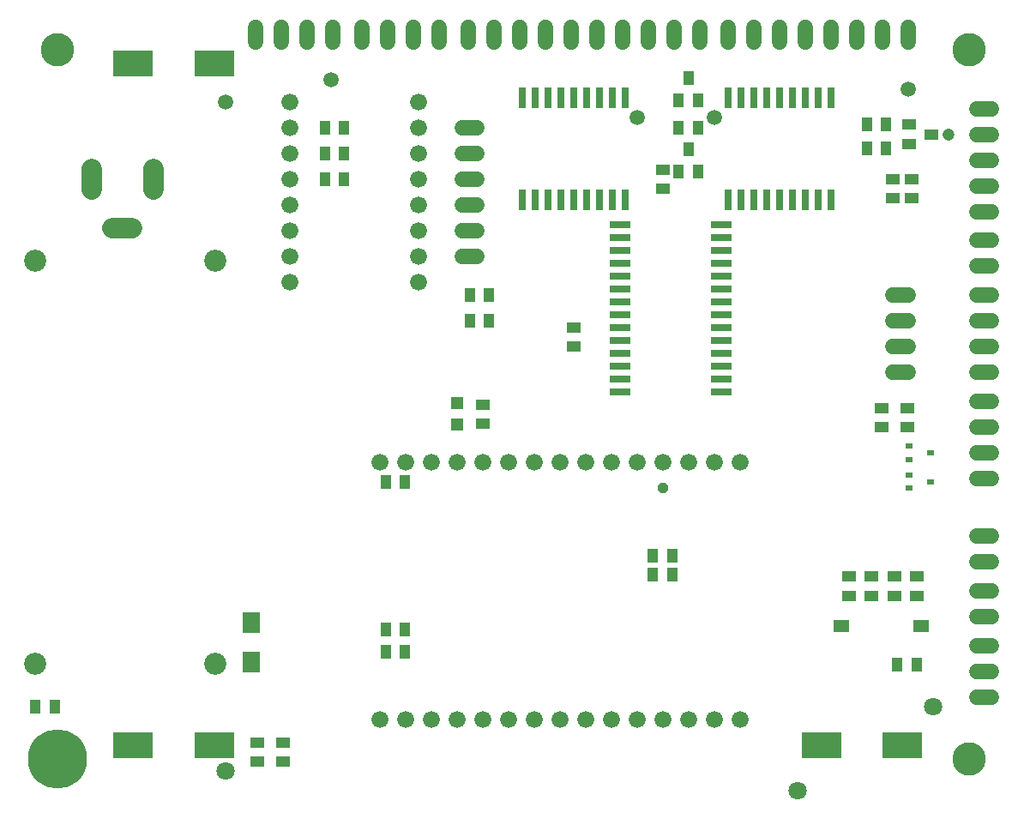
<source format=gbr>
G04 EAGLE Gerber RS-274X export*
G75*
%MOMM*%
%FSLAX34Y34*%
%LPD*%
%INSoldermask Top*%
%IPPOS*%
%AMOC8*
5,1,8,0,0,1.08239X$1,22.5*%
G01*
%ADD10R,1.092200X1.397000*%
%ADD11C,1.676400*%
%ADD12C,2.000000*%
%ADD13C,1.500000*%
%ADD14R,0.660400X2.032000*%
%ADD15R,4.000000X2.500000*%
%ADD16R,1.397000X1.092200*%
%ADD17C,2.184400*%
%ADD18R,2.032000X0.660400*%
%ADD19C,5.842000*%
%ADD20C,3.300000*%
%ADD21R,1.600000X1.200000*%
%ADD22R,1.200000X1.200000*%
%ADD23R,1.400000X1.000000*%
%ADD24R,1.000000X1.400000*%
%ADD25R,0.700000X0.600000*%
%ADD26P,1.099708X8X22.500000*%
%ADD27R,1.800000X2.100000*%
%ADD28C,1.500000*%
%ADD29C,1.800000*%
%ADD30C,1.206400*%


D10*
X393573Y155575D03*
X374777Y155575D03*
X393573Y177825D03*
X374777Y177825D03*
D11*
X723900Y342900D03*
X698500Y342900D03*
X673100Y342900D03*
X647700Y342900D03*
X622300Y342900D03*
X596900Y342900D03*
X571500Y342900D03*
X546100Y342900D03*
X520700Y342900D03*
X495300Y342900D03*
X469900Y342900D03*
X444500Y342900D03*
X419100Y342900D03*
X393700Y342900D03*
X368300Y342900D03*
X723900Y88900D03*
X698500Y88900D03*
X673100Y88900D03*
X647700Y88900D03*
X622300Y88900D03*
X596900Y88900D03*
X571500Y88900D03*
X546100Y88900D03*
X520700Y88900D03*
X495300Y88900D03*
X469900Y88900D03*
X444500Y88900D03*
X419100Y88900D03*
X393700Y88900D03*
X368300Y88900D03*
D12*
X145300Y612300D02*
X145300Y632300D01*
X84300Y632300D02*
X84300Y612300D01*
X104300Y574300D02*
X124300Y574300D01*
D13*
X957700Y403225D02*
X972700Y403225D01*
X972700Y377825D02*
X957700Y377825D01*
X957700Y352425D02*
X972700Y352425D01*
X972700Y327025D02*
X957700Y327025D01*
X957700Y508000D02*
X972700Y508000D01*
X972700Y482600D02*
X957700Y482600D01*
X957700Y457200D02*
X972700Y457200D01*
X972700Y431800D02*
X957700Y431800D01*
D14*
X509588Y602171D03*
X522288Y602171D03*
X534988Y602171D03*
X547688Y602171D03*
X560388Y602171D03*
X573088Y602171D03*
X585788Y602171D03*
X598488Y602171D03*
X598488Y702755D03*
X585788Y702755D03*
X573088Y702755D03*
X560388Y702755D03*
X547688Y702755D03*
X534988Y702755D03*
X522288Y702755D03*
X509588Y702755D03*
X611188Y602171D03*
X611188Y702755D03*
X712788Y602171D03*
X725488Y602171D03*
X738188Y602171D03*
X750888Y602171D03*
X763588Y602171D03*
X776288Y602171D03*
X788988Y602171D03*
X801688Y602171D03*
X801688Y702755D03*
X788988Y702755D03*
X776288Y702755D03*
X763588Y702755D03*
X750888Y702755D03*
X738188Y702755D03*
X725488Y702755D03*
X712788Y702755D03*
X814388Y602171D03*
X814388Y702755D03*
D13*
X712788Y757663D02*
X712788Y772663D01*
X738188Y772663D02*
X738188Y757663D01*
X763588Y757663D02*
X763588Y772663D01*
X788988Y772663D02*
X788988Y757663D01*
X814388Y757663D02*
X814388Y772663D01*
X839788Y772663D02*
X839788Y757663D01*
X865188Y757663D02*
X865188Y772663D01*
X890588Y772663D02*
X890588Y757663D01*
X455613Y757663D02*
X455613Y772663D01*
X481013Y772663D02*
X481013Y757663D01*
X506413Y757663D02*
X506413Y772663D01*
X531813Y772663D02*
X531813Y757663D01*
X557213Y757663D02*
X557213Y772663D01*
X582613Y772663D02*
X582613Y757663D01*
X608013Y757663D02*
X608013Y772663D01*
X633413Y772663D02*
X633413Y757663D01*
X658813Y757663D02*
X658813Y772663D01*
X684213Y772663D02*
X684213Y757663D01*
X957700Y561975D02*
X972700Y561975D01*
X972700Y536575D02*
X957700Y536575D01*
D15*
X884550Y63500D03*
X804550Y63500D03*
D16*
X560388Y457327D03*
X560388Y476123D03*
D17*
X206375Y143900D03*
X28575Y143900D03*
X206375Y541900D03*
X28575Y541900D03*
D16*
X273050Y47752D03*
X273050Y66548D03*
X247650Y47752D03*
X247650Y66548D03*
D15*
X205100Y736600D03*
X125100Y736600D03*
X205100Y63500D03*
X125100Y63500D03*
D11*
X406400Y596900D03*
X406400Y622300D03*
X406400Y571500D03*
X406400Y546100D03*
X406400Y647700D03*
X406400Y673100D03*
X406400Y698500D03*
X406400Y520700D03*
X279400Y596900D03*
X279400Y622300D03*
X279400Y571500D03*
X279400Y546100D03*
X279400Y647700D03*
X279400Y673100D03*
X279400Y698500D03*
X279400Y520700D03*
D13*
X350838Y757663D02*
X350838Y772663D01*
X376238Y772663D02*
X376238Y757663D01*
X401638Y757663D02*
X401638Y772663D01*
X427038Y772663D02*
X427038Y757663D01*
D18*
X605346Y577850D03*
X605346Y565150D03*
X605346Y552450D03*
X605346Y539750D03*
X605346Y527050D03*
X605346Y514350D03*
X605346Y501650D03*
X605346Y488950D03*
X705930Y488950D03*
X705930Y501650D03*
X705930Y514350D03*
X705930Y527050D03*
X705930Y539750D03*
X705930Y552450D03*
X705930Y565150D03*
X705930Y577850D03*
X705930Y476250D03*
X705930Y463550D03*
X705930Y425450D03*
X705930Y412750D03*
X605346Y476250D03*
X605346Y463550D03*
X605346Y425450D03*
X605346Y412750D03*
X605346Y450850D03*
X605346Y438150D03*
X705930Y450850D03*
X705930Y438150D03*
D13*
X957700Y161925D02*
X972700Y161925D01*
X972700Y136525D02*
X957700Y136525D01*
X957700Y111125D02*
X972700Y111125D01*
X972700Y215900D02*
X957700Y215900D01*
X957700Y190500D02*
X972700Y190500D01*
D16*
X876300Y230061D03*
X876300Y211265D03*
X898525Y230061D03*
X898525Y211265D03*
D10*
X879602Y142875D03*
X898398Y142875D03*
D13*
X890150Y508000D02*
X875150Y508000D01*
X875150Y482600D02*
X890150Y482600D01*
X890150Y457200D02*
X875150Y457200D01*
X875150Y431800D02*
X890150Y431800D01*
D16*
X863600Y396748D03*
X863600Y377952D03*
X889000Y396748D03*
X889000Y377952D03*
D19*
X50000Y50000D03*
D20*
X50000Y750000D03*
X950000Y750000D03*
X950000Y50000D03*
D10*
X47498Y101600D03*
X28702Y101600D03*
X314452Y673100D03*
X333248Y673100D03*
X314452Y647700D03*
X333248Y647700D03*
X314452Y622300D03*
X333248Y622300D03*
D13*
X957700Y269875D02*
X972700Y269875D01*
X972700Y244475D02*
X957700Y244475D01*
D16*
X831850Y230061D03*
X831850Y211265D03*
X854075Y230061D03*
X854075Y211265D03*
D21*
X903300Y180975D03*
X823900Y180975D03*
D10*
X393573Y323850D03*
X374777Y323850D03*
D13*
X246063Y757675D02*
X246063Y772675D01*
X271463Y772675D02*
X271463Y757675D01*
X296863Y757675D02*
X296863Y772675D01*
X322263Y772675D02*
X322263Y757675D01*
D22*
X444500Y380025D03*
X444500Y401025D03*
D16*
X469900Y399923D03*
X469900Y381127D03*
D23*
X912700Y666750D03*
X890700Y657250D03*
X890700Y676250D03*
D10*
X868236Y652463D03*
X849440Y652463D03*
D16*
X893763Y603377D03*
X893763Y622173D03*
X874713Y603377D03*
X874713Y622173D03*
D10*
X476123Y482600D03*
X457327Y482600D03*
X476123Y508000D03*
X457327Y508000D03*
X657098Y231775D03*
X638302Y231775D03*
X657098Y250825D03*
X638302Y250825D03*
X868236Y676275D03*
X849440Y676275D03*
D13*
X464700Y546100D02*
X449700Y546100D01*
X449700Y571500D02*
X464700Y571500D01*
X464700Y596900D02*
X449700Y596900D01*
X449700Y622300D02*
X464700Y622300D01*
X464700Y647700D02*
X449700Y647700D01*
X449700Y673100D02*
X464700Y673100D01*
D24*
X673100Y722200D03*
X682600Y700200D03*
X663600Y700200D03*
D16*
X647700Y631698D03*
X647700Y612902D03*
D10*
X682498Y673100D03*
X663702Y673100D03*
D24*
X673100Y652350D03*
X682600Y630350D03*
X663600Y630350D03*
D25*
X890950Y358925D03*
X890950Y345925D03*
X912450Y352425D03*
X890950Y330350D03*
X890950Y317350D03*
X912450Y323850D03*
D26*
X647700Y317500D03*
D27*
X241300Y184600D03*
X241300Y145600D03*
D13*
X957700Y692150D02*
X972700Y692150D01*
X972700Y666750D02*
X957700Y666750D01*
X957700Y641350D02*
X972700Y641350D01*
X972700Y615950D02*
X957700Y615950D01*
X957700Y590550D02*
X972700Y590550D01*
D28*
X320675Y720713D03*
X215900Y698500D03*
X890588Y711200D03*
X622300Y683419D03*
X698500Y683419D03*
D29*
X914400Y101600D03*
X215900Y38100D03*
X781050Y19050D03*
D30*
X930275Y666750D03*
M02*

</source>
